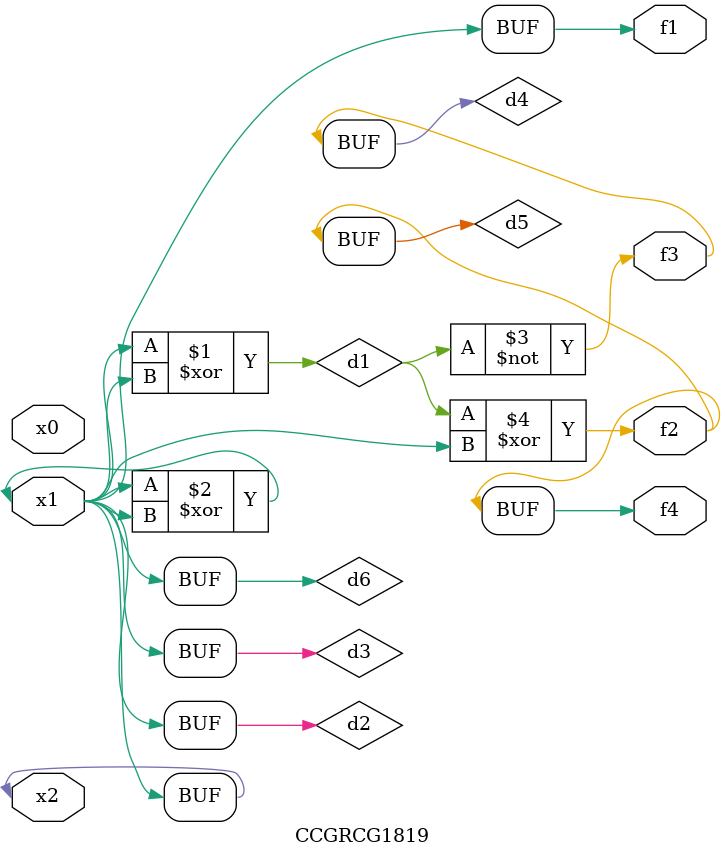
<source format=v>
module CCGRCG1819(
	input x0, x1, x2,
	output f1, f2, f3, f4
);

	wire d1, d2, d3, d4, d5, d6;

	xor (d1, x1, x2);
	buf (d2, x1, x2);
	xor (d3, x1, x2);
	nor (d4, d1);
	xor (d5, d1, d2);
	buf (d6, d2, d3);
	assign f1 = d6;
	assign f2 = d5;
	assign f3 = d4;
	assign f4 = d5;
endmodule

</source>
